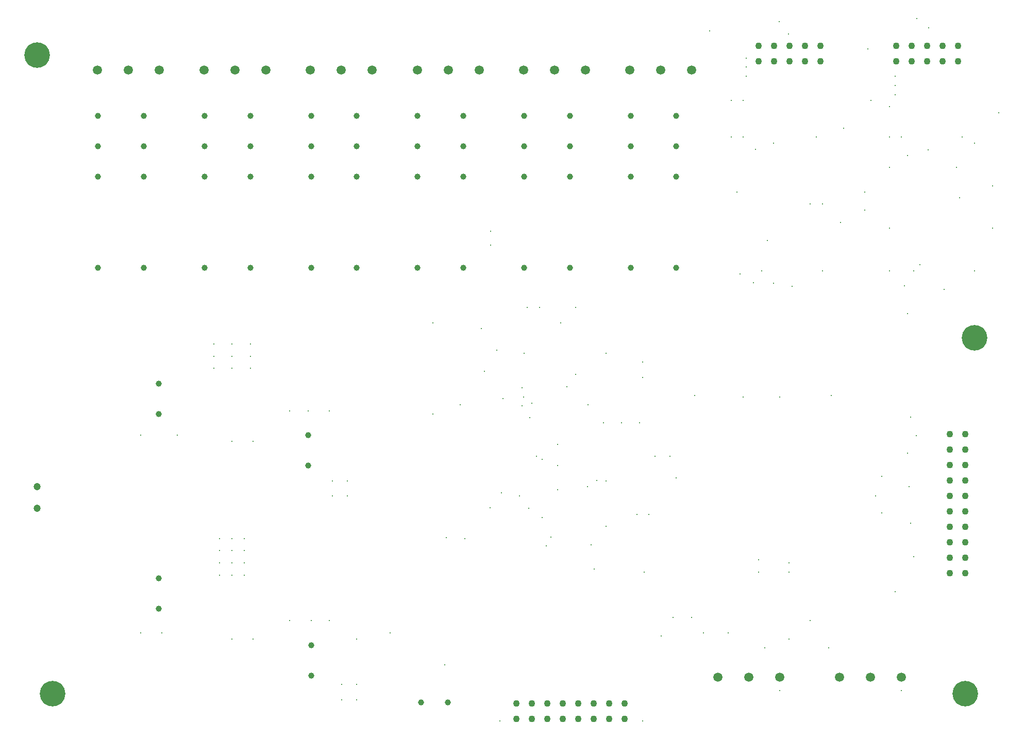
<source format=gbr>
%TF.GenerationSoftware,Altium Limited,Altium Designer,22.4.2 (48)*%
G04 Layer_Color=0*
%FSLAX45Y45*%
%MOMM*%
%TF.SameCoordinates,A0FECCF5-906F-4CEA-98AF-48209DEEDFB4*%
%TF.FilePolarity,Positive*%
%TF.FileFunction,Plated,1,4,PTH,Drill*%
%TF.Part,Single*%
G01*
G75*
%TA.AperFunction,ComponentDrill*%
%ADD82C,1.00000*%
%ADD83C,1.10000*%
%ADD84C,1.10000*%
%ADD85C,1.50000*%
%ADD86C,1.00000*%
%ADD87C,1.20000*%
%TA.AperFunction,OtherDrill,Pad Free-2 (5mm,112.5mm)*%
%ADD88C,4.20000*%
%TA.AperFunction,OtherDrill,Pad Free-2 (7.5mm,7.5mm)*%
%ADD89C,4.20000*%
%TA.AperFunction,OtherDrill,Pad Free-2 (157.5mm,7.5mm)*%
%ADD90C,4.20000*%
%TA.AperFunction,OtherDrill,Pad Free-2 (159mm,66mm)*%
%ADD91C,4.20000*%
%TA.AperFunction,ViaDrill,NotFilled*%
%ADD92C,0.30000*%
D82*
X10250000Y10250000D02*
D03*
Y7750000D02*
D03*
Y9250000D02*
D03*
Y9750000D02*
D03*
X11000000D02*
D03*
Y7750000D02*
D03*
Y10250000D02*
D03*
Y9250000D02*
D03*
X2250000D02*
D03*
Y10250000D02*
D03*
Y7750000D02*
D03*
Y9750000D02*
D03*
X1500000D02*
D03*
Y9250000D02*
D03*
Y7750000D02*
D03*
Y10250000D02*
D03*
X4000000Y9250000D02*
D03*
Y10250000D02*
D03*
Y7750000D02*
D03*
Y9750000D02*
D03*
X3250000D02*
D03*
Y9250000D02*
D03*
Y7750000D02*
D03*
Y10250000D02*
D03*
X5750000Y9250000D02*
D03*
Y10250000D02*
D03*
Y7750000D02*
D03*
Y9750000D02*
D03*
X5000000D02*
D03*
Y9250000D02*
D03*
Y7750000D02*
D03*
Y10250000D02*
D03*
X7500000Y9250000D02*
D03*
Y10250000D02*
D03*
Y7750000D02*
D03*
Y9750000D02*
D03*
X6750000D02*
D03*
Y9250000D02*
D03*
Y7750000D02*
D03*
Y10250000D02*
D03*
X9250000Y9250000D02*
D03*
Y10250000D02*
D03*
Y7750000D02*
D03*
Y9750000D02*
D03*
X8500000D02*
D03*
Y9250000D02*
D03*
Y7750000D02*
D03*
Y10250000D02*
D03*
D83*
X14614627Y11143581D02*
D03*
X15122627D02*
D03*
X14868626D02*
D03*
X14614627Y11397581D02*
D03*
X14868626D02*
D03*
X15630627D02*
D03*
Y11143581D02*
D03*
X15376627Y11397581D02*
D03*
Y11143581D02*
D03*
X15122627Y11397581D02*
D03*
X12352919Y11143581D02*
D03*
X12860919D02*
D03*
X12606919D02*
D03*
X12352919Y11397581D02*
D03*
X12606919D02*
D03*
X13368919D02*
D03*
Y11143581D02*
D03*
X13114919Y11397581D02*
D03*
Y11143581D02*
D03*
X12860919Y11397581D02*
D03*
X8376000Y333000D02*
D03*
Y587000D02*
D03*
X8630000Y333000D02*
D03*
Y587000D02*
D03*
X8884000Y333000D02*
D03*
Y587000D02*
D03*
X9138000Y333000D02*
D03*
Y587000D02*
D03*
X10154000D02*
D03*
Y333000D02*
D03*
X9900000Y587000D02*
D03*
Y333000D02*
D03*
X9646000Y587000D02*
D03*
Y333000D02*
D03*
X9392000Y587000D02*
D03*
Y333000D02*
D03*
D84*
X15496001Y3492000D02*
D03*
X15750000D02*
D03*
X15496001Y3238000D02*
D03*
X15750000D02*
D03*
X15496001Y2984000D02*
D03*
X15750000D02*
D03*
X15496001Y2730000D02*
D03*
X15750000D02*
D03*
Y3746000D02*
D03*
X15496001D02*
D03*
X15750000Y4000000D02*
D03*
X15496001D02*
D03*
X15750000Y4254000D02*
D03*
X15496001D02*
D03*
X15750000Y4508000D02*
D03*
X15496001D02*
D03*
Y4762000D02*
D03*
X15750000D02*
D03*
Y5016000D02*
D03*
X15496001D02*
D03*
D85*
X10233999Y11000000D02*
D03*
X10741999D02*
D03*
X11249999D02*
D03*
X8491999D02*
D03*
X8999999D02*
D03*
X9507999D02*
D03*
X6749999D02*
D03*
X7257999D02*
D03*
X7765999D02*
D03*
X4983999D02*
D03*
X5491999D02*
D03*
X5999999D02*
D03*
X3242000D02*
D03*
X3750000D02*
D03*
X4258000D02*
D03*
X1492000D02*
D03*
X2000000D02*
D03*
X2508000D02*
D03*
X14700000Y1021000D02*
D03*
X14192000D02*
D03*
X13684000D02*
D03*
X12700000D02*
D03*
X12192000D02*
D03*
X11684000D02*
D03*
D86*
X2500000Y5850000D02*
D03*
Y5350000D02*
D03*
X5000000Y1050000D02*
D03*
Y1550000D02*
D03*
X2500000Y2150000D02*
D03*
Y2650000D02*
D03*
X4950000Y4500000D02*
D03*
Y5000000D02*
D03*
X6810000Y605000D02*
D03*
X7250000D02*
D03*
D87*
X500000Y4150000D02*
D03*
Y3800000D02*
D03*
D88*
Y11250000D02*
D03*
D89*
X750000Y750000D02*
D03*
D90*
X15750000D02*
D03*
D91*
X15900000Y6600000D02*
D03*
D92*
X14500000Y7700000D02*
D03*
X12050000Y7650000D02*
D03*
X11250000Y2000000D02*
D03*
X10750000Y1700000D02*
D03*
X12850000Y1650000D02*
D03*
X11850000Y1750000D02*
D03*
X11450000D02*
D03*
X12350000Y2950000D02*
D03*
Y2750000D02*
D03*
X12850000D02*
D03*
Y2900000D02*
D03*
X13500000Y1500000D02*
D03*
X12450000D02*
D03*
X12900000Y7450000D02*
D03*
X15900000Y9800000D02*
D03*
X16300000Y10300000D02*
D03*
X14600000Y10600000D02*
D03*
Y10750000D02*
D03*
X12150000Y11200000D02*
D03*
Y10900000D02*
D03*
Y11050000D02*
D03*
X14600000Y10900000D02*
D03*
X14150000Y11350000D02*
D03*
X11550000Y11650000D02*
D03*
X14500000Y9400000D02*
D03*
X14800000Y9600000D02*
D03*
X13750000Y10050000D02*
D03*
X13300000Y9900000D02*
D03*
X13400000Y8800000D02*
D03*
X12300000Y9700000D02*
D03*
X15150000Y11700000D02*
D03*
X14950000Y11850000D02*
D03*
X12842686Y11600000D02*
D03*
X12692728Y11800000D02*
D03*
X11900000Y9900000D02*
D03*
X12100000D02*
D03*
X14500000Y10400000D02*
D03*
X14200000Y10500000D02*
D03*
X15140472Y9688502D02*
D03*
X14500000Y9900000D02*
D03*
X12600000Y9800000D02*
D03*
X14900000Y7700000D02*
D03*
X14745963Y7454038D02*
D03*
X14800000Y7000000D02*
D03*
X12270985Y7505896D02*
D03*
X12400000Y7700000D02*
D03*
X12600000Y7500000D02*
D03*
X14700000Y9900000D02*
D03*
X15700000D02*
D03*
X15600000Y9400000D02*
D03*
X14500000Y8400000D02*
D03*
X12100000Y10500000D02*
D03*
X11900000D02*
D03*
X16200000Y8400000D02*
D03*
Y9100000D02*
D03*
X14100000Y9000000D02*
D03*
Y8700000D02*
D03*
X15651234Y8905474D02*
D03*
X13700000Y8500000D02*
D03*
X15400000Y7400000D02*
D03*
X12000000Y9000000D02*
D03*
X13400000Y7700000D02*
D03*
X12500000Y8200000D02*
D03*
X15900000Y7700000D02*
D03*
X15000000Y7800000D02*
D03*
X13200000Y8800000D02*
D03*
X8627549Y5529301D02*
D03*
X8594774Y5286074D02*
D03*
X8467123Y5482726D02*
D03*
X8487823Y5625901D02*
D03*
X8461948Y5779427D02*
D03*
X8150000Y5600000D02*
D03*
X8550000Y7100000D02*
D03*
X8050000Y6400000D02*
D03*
X7800000Y6750000D02*
D03*
X8500000Y6350000D02*
D03*
X9100000Y6850000D02*
D03*
X8700000Y4650000D02*
D03*
X7850000Y6050000D02*
D03*
X9050000Y4500000D02*
D03*
X8936861Y3324261D02*
D03*
X8800000Y3650000D02*
D03*
X9050000Y4850000D02*
D03*
Y4100000D02*
D03*
X7941390Y3806787D02*
D03*
X4000000Y6100000D02*
D03*
X3700000D02*
D03*
X3400000D02*
D03*
Y6300000D02*
D03*
X3700000D02*
D03*
X4000000D02*
D03*
Y6500000D02*
D03*
X3700000D02*
D03*
X3400000D02*
D03*
X3500000Y2700000D02*
D03*
Y2900000D02*
D03*
X3700000Y2700000D02*
D03*
X3900000D02*
D03*
Y3300000D02*
D03*
X3700000D02*
D03*
X3500000D02*
D03*
X3700000Y2900000D02*
D03*
X3900000D02*
D03*
Y3100000D02*
D03*
X3700000D02*
D03*
X3500000D02*
D03*
X9350000Y7100000D02*
D03*
X9200000Y5800000D02*
D03*
X14900000Y3000000D02*
D03*
X6300000Y1750000D02*
D03*
X14600000Y2425000D02*
D03*
X14375000Y3725000D02*
D03*
X14275000Y4000000D02*
D03*
X14825000Y4150000D02*
D03*
X14944250Y4994250D02*
D03*
X14375000Y4325000D02*
D03*
X12700000Y5625000D02*
D03*
X12100000D02*
D03*
X7004000Y6846000D02*
D03*
X7950000Y8125000D02*
D03*
Y8350000D02*
D03*
X9650000Y2800000D02*
D03*
X9850000Y3500000D02*
D03*
X8866338Y3183504D02*
D03*
X9600000Y3200000D02*
D03*
X8575000Y3800000D02*
D03*
X8425000Y4000000D02*
D03*
X8125000Y4050000D02*
D03*
X13200000Y1950000D02*
D03*
X10950000Y2000000D02*
D03*
X14850000Y3550000D02*
D03*
X10475000Y2750000D02*
D03*
X10450000Y5950000D02*
D03*
Y6200000D02*
D03*
X9850000Y6350000D02*
D03*
X9550000Y5500000D02*
D03*
X8800000Y4600000D02*
D03*
X10450000Y300000D02*
D03*
X8100000D02*
D03*
X14700000Y800000D02*
D03*
X12700000D02*
D03*
X14800000Y4700000D02*
D03*
X11000000Y4300000D02*
D03*
X5600000Y4000000D02*
D03*
X5350000D02*
D03*
X5600000Y4250000D02*
D03*
X5350000D02*
D03*
X8750000Y7100000D02*
D03*
X14850000Y5300000D02*
D03*
X9850000Y4250000D02*
D03*
X10650000Y4650000D02*
D03*
X10900000D02*
D03*
X7450000Y5500000D02*
D03*
X9800000Y5200000D02*
D03*
X10100000D02*
D03*
X10400000D02*
D03*
X10550000Y3700000D02*
D03*
X10350000D02*
D03*
X7525000Y3300000D02*
D03*
X7200000Y1225000D02*
D03*
X13550000Y5650000D02*
D03*
X11300000D02*
D03*
X9350000Y6000000D02*
D03*
X7000000Y5350000D02*
D03*
X7224913Y3317340D02*
D03*
X9696282Y4256458D02*
D03*
X9537579Y4150000D02*
D03*
X5500000Y650000D02*
D03*
X5750000D02*
D03*
Y900000D02*
D03*
X5500000D02*
D03*
X5750000Y1650000D02*
D03*
X4050000Y4900000D02*
D03*
X3700000D02*
D03*
Y1650000D02*
D03*
X4050000D02*
D03*
X5300000Y1950000D02*
D03*
X5000000D02*
D03*
X4650000D02*
D03*
X5300000Y5400000D02*
D03*
X4650000D02*
D03*
X4950000D02*
D03*
X2800000Y5000000D02*
D03*
X2200000D02*
D03*
X2550000Y1750000D02*
D03*
X2200000D02*
D03*
%TF.MD5,48337b927baf051b13eb3e55924d208f*%
M02*

</source>
